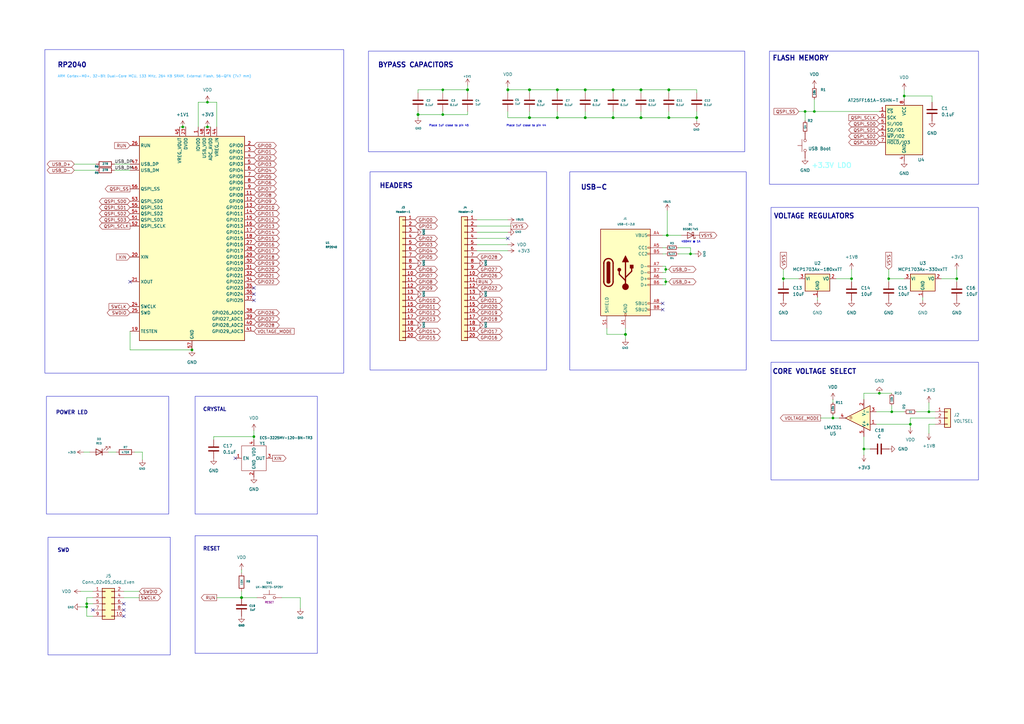
<source format=kicad_sch>
(kicad_sch (version 20250114) (generator "eeschema") (generator_version "9.0")
  (paper "A3")
  (title_block (title "Pico 1V") (date "2025-08-30") (rev "0") (company "BAIZERLABS") (comment 1 "https://github.com/lucasbaizer/pico-1v"))
  (rectangle (start 316.23 85.09) (end 401.32 139.7))
  (rectangle (start 80.01 219.71) (end 130.175 267.97))
  (rectangle (start 80.01 162.56) (end 130.175 210.82))
  (rectangle (start 315.595 20.955) (end 401.32 75.565))
  (rectangle (start 316.23 148.59) (end 401.32 196.85))
  (rectangle (start 19.05 162.56) (end 69.215 210.82))
  (rectangle (start 19.685 220.345) (end 69.85 268.605))
  (rectangle (start 18.415 20.32) (end 140.97 153.035))
  (rectangle (start 233.68 70.485) (end 306.07 151.765))
  (rectangle (start 151.765 70.485) (end 224.155 151.765))
  (rectangle (start 151.13 20.955) (end 305.435 62.23))
  (text "CORE VOLTAGE SELECT" (at 316.738 153.67 0) (effects (font (size 2 2) (thickness 0.4) (bold yes)) (justify left bottom)))
  (text "HEADERS" (at 155.575 77.47 0) (effects (font (size 2 2) (thickness 0.4) (bold yes)) (justify left bottom)))
  (text "+3.3V LDO" (at 332.74 69.215 0) (effects (font (size 2 2) (thickness 0.4) (bold yes)) (justify left bottom)))
  (text "450mV @ 1A" (at 279.4 99.695 0) (effects (font (size 0.8 0.8)) (justify left bottom)))
  (text "POWER LED" (at 22.86 170.18 0) (effects (font (size 1.5 1.5) (thickness 0.3) (bold yes)) (justify left bottom)))
  (text "Place 1uF close to pin 45" (at 175.895 52.07 0) (effects (font (size 0.8 0.8)) (justify left bottom)))
  (text "RP2040" (at 23.495 27.94 0) (effects (font (size 2 2) (thickness 0.4) (bold yes)) (justify left bottom)))
  (text "FLASH MEMORY" (at 316.738 25.146 0) (effects (font (size 2 2) (thickness 0.4) (bold yes)) (justify left bottom)))
  (text "SWD" (at 23.495 226.695 0) (effects (font (size 1.5 1.5) (thickness 0.3) (bold yes)) (justify left bottom)))
  (text "RESET" (at 83.185 226.06 0) (effects (font (size 1.5 1.5) (thickness 0.3) (bold yes)) (justify left bottom)))
  (text "Place 1uF close to pin 44" (at 207.645 52.07 0) (effects (font (size 0.8 0.8)) (justify left bottom)))
  (text "CRYSTAL" (at 83.185 168.91 0) (effects (font (size 1.5 1.5) (thickness 0.3) (bold yes)) (justify left bottom)))
  (text "VOLTAGE REGULATORS\n" (at 317.246 89.916 0) (effects (font (size 2 2) (thickness 0.4) (bold yes)) (justify left bottom)))
  (text "BYPASS CAPACITORS" (at 154.94 27.94 0) (effects (font (size 2 2) (thickness 0.4) (bold yes)) (justify left bottom)))
  (text "USB-C" (at 238.125 78.105 0) (effects (font (size 2 2) (thickness 0.4) (bold yes)) (justify left bottom)))
  (text_box "ARM Cortex-M0+, 32-Bit Dual-Core MCU, 133 MHz, 264 KB SRAM, External Flash, 56-QFN (7x7 mm)" (at 22.86 29.845 0) (size 83.82 2.54) (margins 0.7499 0.7499 0.7499 0.7499) (stroke (width -0.0001)) (effects (font (size 1 1)) (justify left top)))
  (junction (at 240.03 36.83) (diameter 1.016))
  (junction (at 273.05 110.49))
  (junction (at 341.63 171.45))
  (junction (at 35.56 248.92))
  (junction (at 240.03 48.26) (diameter 1.016))
  (junction (at 360.68 161.29))
  (junction (at 228.6 48.26) (diameter 1.016))
  (junction (at 274.32 48.26) (diameter 1.016))
  (junction (at 262.89 48.26) (diameter 1.016))
  (junction (at 181.61 36.83))
  (junction (at 365.76 168.91))
  (junction (at 373.38 173.99))
  (junction (at 85.09 52.07))
  (junction (at 208.28 36.83) (diameter 1.016))
  (junction (at 262.89 36.83) (diameter 1.016))
  (junction (at 273.685 96.52))
  (junction (at 171.45 46.99) (diameter 1.016))
  (junction (at 370.84 39.37))
  (junction (at 217.17 48.26) (diameter 1.016))
  (junction (at 35.56 247.65))
  (junction (at 251.46 36.83) (diameter 1.016))
  (junction (at 74.93 52.07))
  (junction (at 334.01 45.72))
  (junction (at 381 168.91))
  (junction (at 330.2 45.72))
  (junction (at 191.77 36.83) (diameter 1.016))
  (junction (at 273.05 115.57))
  (junction (at 104.14 179.07))
  (junction (at 99.06 245.11) (diameter 1.016))
  (junction (at 217.17 36.83) (diameter 1.016))
  (junction (at 321.31 114.3))
  (junction (at 251.46 48.26) (diameter 1.016))
  (junction (at 274.32 36.83) (diameter 1.016))
  (junction (at 283.21 104.14))
  (junction (at 78.74 143.51))
  (junction (at 364.49 114.3))
  (junction (at 349.25 114.3))
  (junction (at 256.54 137.16) (diameter 1.016))
  (junction (at 228.6 36.83) (diameter 1.016))
  (junction (at 285.75 48.26) (diameter 1.016))
  (junction (at 392.43 114.3))
  (junction (at 181.61 46.99))
  (junction (at 85.09 41.91))
  (junction (at 354.33 184.15))
  (no_connect (at 50.8 250.19))
  (no_connect (at 271.78 124.46))
  (no_connect (at 271.78 127))
  (no_connect (at 53.34 115.57))
  (no_connect (at 104.14 123.19))
  (no_connect (at 50.8 252.73))
  (no_connect (at 104.14 118.11))
  (no_connect (at 50.8 247.65))
  (no_connect (at 96.52 187.96))
  (no_connect (at 104.14 120.65))
  (no_connect (at 38.1 250.19))
  (no_connect (at 208.28 97.79))
  (wire (pts (xy 392.43 114.3) (xy 392.43 115.57)))
  (wire (pts (xy 251.46 38.1) (xy 251.46 36.83)))
  (wire (pts (xy 381 173.99) (xy 381 177.8)))
  (wire (pts (xy 191.77 45.72) (xy 191.77 46.99)))
  (wire (pts (xy 273.685 86.36) (xy 273.685 96.52)))
  (wire (pts (xy 240.03 36.83) (xy 251.46 36.83)))
  (wire (pts (xy 321.31 110.49) (xy 321.31 114.3)))
  (wire (pts (xy 195.58 97.79) (xy 208.28 97.79)))
  (wire (pts (xy 274.32 48.26) (xy 285.75 48.26)))
  (wire (pts (xy 34.29 185.42) (xy 36.83 185.42)))
  (wire (pts (xy 327.66 45.72) (xy 330.2 45.72)))
  (wire (pts (xy 321.31 114.3) (xy 321.31 115.57)))
  (wire (pts (xy 195.58 95.25) (xy 208.28 95.25)))
  (wire (pts (xy 181.61 38.1) (xy 181.61 36.83)))
  (wire (pts (xy 88.9 41.91) (xy 85.09 41.91)))
  (wire (pts (xy 251.46 36.83) (xy 262.89 36.83)))
  (wire (pts (xy 99.06 245.11) (xy 105.41 245.11)))
  (wire (pts (xy 38.1 247.65) (xy 35.56 247.65)))
  (wire (pts (xy 181.61 46.99) (xy 191.77 46.99)))
  (wire (pts (xy 217.17 36.83) (xy 228.6 36.83)))
  (wire (pts (xy 33.02 242.57) (xy 38.1 242.57)))
  (wire (pts (xy 364.49 114.3) (xy 364.49 115.57)))
  (wire (pts (xy 53.34 135.89) (xy 53.34 143.51)))
  (wire (pts (xy 44.45 185.42) (xy 47.625 185.42)))
  (wire (pts (xy 354.33 161.29) (xy 354.33 163.83)))
  (wire (pts (xy 58.42 185.42) (xy 58.42 188.595)))
  (wire (pts (xy 55.245 185.42) (xy 58.42 185.42)))
  (wire (pts (xy 364.49 114.3) (xy 370.84 114.3)))
  (wire (pts (xy 274.32 48.26) (xy 262.89 48.26)))
  (wire (pts (xy 359.41 168.91) (xy 365.76 168.91)))
  (wire (pts (xy 386.08 114.3) (xy 392.43 114.3)))
  (wire (pts (xy 240.03 48.26) (xy 228.6 48.26)))
  (wire (pts (xy 334.01 45.72) (xy 360.68 45.72)))
  (wire (pts (xy 104.14 176.53) (xy 104.14 179.07)))
  (wire (pts (xy 271.78 104.14) (xy 273.05 104.14)))
  (wire (pts (xy 99.06 242.57) (xy 99.06 245.11)))
  (wire (pts (xy 382.27 39.37) (xy 382.27 41.91)))
  (wire (pts (xy 53.34 143.51) (xy 78.74 143.51)))
  (wire (pts (xy 88.9 52.07) (xy 88.9 41.91)))
  (wire (pts (xy 370.84 39.37) (xy 370.84 40.64)))
  (wire (pts (xy 283.21 104.14) (xy 285.115 104.14)))
  (wire (pts (xy 85.09 41.91) (xy 81.28 41.91)))
  (wire (pts (xy 208.28 45.72) (xy 208.28 48.26)))
  (wire (pts (xy 208.28 48.26) (xy 217.17 48.26)))
  (wire (pts (xy 392.43 110.49) (xy 392.43 114.3)))
  (wire (pts (xy 274.32 45.72) (xy 274.32 48.26)))
  (wire (pts (xy 262.89 38.1) (xy 262.89 36.83)))
  (wire (pts (xy 181.61 46.99) (xy 181.61 45.72)))
  (wire (pts (xy 73.66 52.07) (xy 74.93 52.07)))
  (wire (pts (xy 381 165.1) (xy 381 168.91)))
  (wire (pts (xy 383.54 168.91) (xy 381 168.91)))
  (wire (pts (xy 378.46 123.19) (xy 378.46 121.92)))
  (wire (pts (xy 256.54 134.62) (xy 256.54 137.16)))
  (wire (pts (xy 256.54 137.16) (xy 256.54 139.065)))
  (wire (pts (xy 360.68 161.29) (xy 354.33 161.29)))
  (wire (pts (xy 248.92 134.62) (xy 248.92 137.16)))
  (wire (pts (xy 248.92 137.16) (xy 256.54 137.16)))
  (wire (pts (xy 115.57 245.11) (xy 123.19 245.11)))
  (wire (pts (xy 278.13 101.6) (xy 283.21 101.6)))
  (wire (pts (xy 283.21 101.6) (xy 283.21 104.14)))
  (wire (pts (xy 39.37 67.31) (xy 30.48 67.31)))
  (wire (pts (xy 349.25 110.49) (xy 349.25 114.3)))
  (wire (pts (xy 88.9 245.11) (xy 99.06 245.11)))
  (wire (pts (xy 273.05 115.57) (xy 273.05 114.3)))
  (wire (pts (xy 195.58 102.87) (xy 208.28 102.87)))
  (wire (pts (xy 330.2 45.72) (xy 334.01 45.72)))
  (wire (pts (xy 370.84 39.37) (xy 382.27 39.37)))
  (wire (pts (xy 365.76 161.29) (xy 360.68 161.29)))
  (wire (pts (xy 341.63 165.1) (xy 341.63 163.83)))
  (wire (pts (xy 104.14 179.07) (xy 87.63 179.07)))
  (wire (pts (xy 354.33 184.15) (xy 356.87 184.15)))
  (wire (pts (xy 262.89 48.26) (xy 251.46 48.26)))
  (wire (pts (xy 191.77 36.83) (xy 191.77 38.1)))
  (wire (pts (xy 262.89 36.83) (xy 274.32 36.83)))
  (wire (pts (xy 74.93 52.07) (xy 76.2 52.07)))
  (wire (pts (xy 228.6 36.83) (xy 240.03 36.83)))
  (wire (pts (xy 274.32 38.1) (xy 274.32 36.83)))
  (wire (pts (xy 191.77 34.925) (xy 191.77 36.83)))
  (wire (pts (xy 364.49 110.49) (xy 364.49 114.3)))
  (wire (pts (xy 217.17 38.1) (xy 217.17 36.83)))
  (wire (pts (xy 240.03 45.72) (xy 240.03 48.26)))
  (wire (pts (xy 208.28 36.83) (xy 208.28 38.1)))
  (wire (pts (xy 35.56 245.11) (xy 35.56 247.65)))
  (wire (pts (xy 123.19 245.11) (xy 123.19 249.555)))
  (wire (pts (xy 39.37 69.85) (xy 30.48 69.85)))
  (wire (pts (xy 35.56 248.92) (xy 33.02 248.92)))
  (wire (pts (xy 104.14 179.07) (xy 104.14 180.34)))
  (wire (pts (xy 240.03 38.1) (xy 240.03 36.83)))
  (wire (pts (xy 321.31 114.3) (xy 327.66 114.3)))
  (wire (pts (xy 342.9 114.3) (xy 349.25 114.3)))
  (wire (pts (xy 278.13 104.14) (xy 283.21 104.14)))
  (wire (pts (xy 195.58 100.33) (xy 208.28 100.33)))
  (wire (pts (xy 50.8 245.11) (xy 57.15 245.11)))
  (wire (pts (xy 228.6 38.1) (xy 228.6 36.83)))
  (wire (pts (xy 171.45 46.99) (xy 171.45 48.26)))
  (wire (pts (xy 171.45 36.83) (xy 181.61 36.83)))
  (wire (pts (xy 50.8 242.57) (xy 57.15 242.57)))
  (wire (pts (xy 373.38 173.99) (xy 373.38 171.45)))
  (wire (pts (xy 274.32 36.83) (xy 285.75 36.83)))
  (wire (pts (xy 228.6 45.72) (xy 228.6 48.26)))
  (wire (pts (xy 373.38 171.45) (xy 383.54 171.45)))
  (wire (pts (xy 228.6 48.26) (xy 217.17 48.26)))
  (wire (pts (xy 285.75 48.26) (xy 285.75 49.53)))
  (wire (pts (xy 365.76 168.91) (xy 370.84 168.91)))
  (wire (pts (xy 365.76 166.37) (xy 365.76 168.91)))
  (wire (pts (xy 271.78 96.52) (xy 273.685 96.52)))
  (wire (pts (xy 271.78 109.22) (xy 273.05 109.22)))
  (wire (pts (xy 273.05 109.22) (xy 273.05 110.49)))
  (wire (pts (xy 85.09 52.07) (xy 86.36 52.07)))
  (wire (pts (xy 195.58 92.71) (xy 209.55 92.71)))
  (wire (pts (xy 195.58 90.17) (xy 208.28 90.17)))
  (wire (pts (xy 251.46 45.72) (xy 251.46 48.26)))
  (wire (pts (xy 171.45 46.99) (xy 181.61 46.99)))
  (wire (pts (xy 181.61 36.83) (xy 191.77 36.83)))
  (wire (pts (xy 87.63 179.07) (xy 87.63 180.34)))
  (wire (pts (xy 271.78 114.3) (xy 273.05 114.3)))
  (wire (pts (xy 83.82 52.07) (xy 85.09 52.07)))
  (wire (pts (xy 271.78 101.6) (xy 273.05 101.6)))
  (wire (pts (xy 171.45 45.72) (xy 171.45 46.99)))
  (wire (pts (xy 341.63 171.45) (xy 336.55 171.45)))
  (wire (pts (xy 46.99 67.31) (xy 53.34 67.31)))
  (wire (pts (xy 341.63 170.18) (xy 341.63 171.45)))
  (wire (pts (xy 330.2 45.72) (xy 330.2 49.53)))
  (wire (pts (xy 217.17 45.72) (xy 217.17 48.26)))
  (wire (pts (xy 285.75 45.72) (xy 285.75 48.26)))
  (wire (pts (xy 344.17 171.45) (xy 341.63 171.45)))
  (wire (pts (xy 273.05 115.57) (xy 274.32 115.57)))
  (wire (pts (xy 81.28 41.91) (xy 81.28 52.07)))
  (wire (pts (xy 208.28 35.56) (xy 208.28 36.83)))
  (wire (pts (xy 375.92 168.91) (xy 381 168.91)))
  (wire (pts (xy 35.56 252.73) (xy 35.56 248.92)))
  (wire (pts (xy 208.28 36.83) (xy 217.17 36.83)))
  (wire (pts (xy 38.1 252.73) (xy 35.56 252.73)))
  (wire (pts (xy 46.99 69.85) (xy 53.34 69.85)))
  (wire (pts (xy 370.84 36.83) (xy 370.84 39.37)))
  (wire (pts (xy 273.05 110.49) (xy 273.05 111.76)))
  (wire (pts (xy 373.38 175.26) (xy 373.38 173.99)))
  (wire (pts (xy 271.78 116.84) (xy 273.05 116.84)))
  (wire (pts (xy 273.05 116.84) (xy 273.05 115.57)))
  (wire (pts (xy 383.54 173.99) (xy 381 173.99)))
  (wire (pts (xy 271.78 111.76) (xy 273.05 111.76)))
  (wire (pts (xy 38.1 245.11) (xy 35.56 245.11)))
  (wire (pts (xy 354.33 179.07) (xy 354.33 184.15)))
  (wire (pts (xy 35.56 247.65) (xy 35.56 248.92)))
  (wire (pts (xy 359.41 173.99) (xy 373.38 173.99)))
  (wire (pts (xy 251.46 48.26) (xy 240.03 48.26)))
  (wire (pts (xy 99.06 233.68) (xy 99.06 234.95)))
  (wire (pts (xy 273.05 110.49) (xy 274.32 110.49)))
  (wire (pts (xy 171.45 38.1) (xy 171.45 36.83)))
  (wire (pts (xy 262.89 45.72) (xy 262.89 48.26)))
  (wire (pts (xy 285.75 38.1) (xy 285.75 36.83)))
  (wire (pts (xy 354.33 184.15) (xy 354.33 186.69)))
  (wire (pts (xy 335.28 123.19) (xy 335.28 121.92)))
  (wire (pts (xy 334.01 40.64) (xy 334.01 45.72)))
  (wire (pts (xy 349.25 114.3) (xy 349.25 115.57)))
  (wire (pts (xy 273.685 96.52) (xy 279.4 96.52)))
  (label "USB_DP" (at 46.99 67.31 0))
  (label "USB_DM" (at 46.99 69.85 0))
  (global_label "VSYS" (shape output) (at 209.55 92.71 0) (property "Intersheetrefs" "${INTERSHEET_REFS}" (effects (hide yes))))
  (global_label "GPIO7" (shape bidirectional) (at 170.18 113.03 0) (property "Intersheetrefs" "${INTERSHEET_REFS}" (effects (hide yes))))
  (global_label "GPIO8" (shape bidirectional) (at 170.18 115.57 0) (property "Intersheetrefs" "${INTERSHEET_REFS}" (effects (hide yes))))
  (global_label "QSPI_SD3" (shape bidirectional) (at 53.34 90.17 180) (property "Intersheetrefs" "${INTERSHEET_REFS}" (effects (hide yes))))
  (global_label "VSYS" (shape input) (at 321.31 110.49 90) (property "Intersheetrefs" "${INTERSHEET_REFS}" (effects (hide yes))))
  (global_label "QSPI_SD0" (shape bidirectional) (at 360.68 50.8 180) (property "Intersheetrefs" "${INTERSHEET_REFS}" (effects (hide yes))))
  (global_label "GPIO0" (shape bidirectional) (at 170.18 90.17 0) (property "Intersheetrefs" "${INTERSHEET_REFS}" (effects (hide yes))))
  (global_label "QSPI_SD1" (shape bidirectional) (at 360.68 53.34 180) (property "Intersheetrefs" "${INTERSHEET_REFS}" (effects (hide yes))))
  (global_label "GPIO2" (shape bidirectional) (at 104.14 64.77 0) (property "Intersheetrefs" "${INTERSHEET_REFS}" (effects (hide yes))))
  (global_label "QSPI_SD0" (shape bidirectional) (at 53.34 82.55 180) (property "Intersheetrefs" "${INTERSHEET_REFS}" (effects (hide yes))))
  (global_label "GPIO12" (shape bidirectional) (at 104.14 90.17 0) (property "Intersheetrefs" "${INTERSHEET_REFS}" (effects (hide yes))))
  (global_label "GPIO9" (shape bidirectional) (at 104.14 82.55 0) (property "Intersheetrefs" "${INTERSHEET_REFS}" (effects (hide yes))))
  (global_label "GPIO28" (shape bidirectional) (at 195.58 105.41 0) (property "Intersheetrefs" "${INTERSHEET_REFS}" (effects (hide yes))))
  (global_label "GPIO26" (shape bidirectional) (at 104.14 128.27 0) (property "Intersheetrefs" "${INTERSHEET_REFS}" (effects (hide yes))))
  (global_label "VSYS" (shape output) (at 287.02 96.52 0) (property "Intersheetrefs" "${INTERSHEET_REFS}" (effects (hide yes))))
  (global_label "GPIO2" (shape bidirectional) (at 170.18 97.79 0) (property "Intersheetrefs" "${INTERSHEET_REFS}" (effects (hide yes))))
  (global_label "GPIO21" (shape bidirectional) (at 104.14 113.03 0) (property "Intersheetrefs" "${INTERSHEET_REFS}" (effects (hide yes))))
  (global_label "GPIO11" (shape bidirectional) (at 170.18 125.73 0) (property "Intersheetrefs" "${INTERSHEET_REFS}" (effects (hide yes))))
  (global_label "QSPI_SS" (shape input) (at 327.66 45.72 180) (property "Intersheetrefs" "${INTERSHEET_REFS}" (effects (hide yes))))
  (global_label "GPIO13" (shape bidirectional) (at 104.14 92.71 0) (property "Intersheetrefs" "${INTERSHEET_REFS}" (effects (hide yes))))
  (global_label "GPIO16" (shape bidirectional) (at 104.14 100.33 0) (property "Intersheetrefs" "${INTERSHEET_REFS}" (effects (hide yes))))
  (global_label "GPIO9" (shape bidirectional) (at 170.18 118.11 0) (property "Intersheetrefs" "${INTERSHEET_REFS}" (effects (hide yes))))
  (global_label "USB_D+" (shape bidirectional) (at 30.48 67.31 180) (property "Intersheetrefs" "${INTERSHEET_REFS}" (effects (hide yes))))
  (global_label "GPIO18" (shape bidirectional) (at 195.58 130.81 0) (property "Intersheetrefs" "${INTERSHEET_REFS}" (effects (hide yes))))
  (global_label "XIN" (shape output) (at 111.76 187.96 0) (property "Intersheetrefs" "${INTERSHEET_REFS}" (effects (hide yes))))
  (global_label "VSYS" (shape input) (at 364.49 110.49 90) (property "Intersheetrefs" "${INTERSHEET_REFS}" (effects (hide yes))))
  (global_label "GPIO16" (shape bidirectional) (at 195.58 138.43 0) (property "Intersheetrefs" "${INTERSHEET_REFS}" (effects (hide yes))))
  (global_label "QSPI_SCLK" (shape input) (at 360.68 48.26 180) (property "Intersheetrefs" "${INTERSHEET_REFS}" (effects (hide yes))))
  (global_label "USB_D-" (shape bidirectional) (at 274.32 110.49 0) (property "Intersheetrefs" "${INTERSHEET_REFS}" (effects (hide yes))))
  (global_label "QSPI_SD3" (shape bidirectional) (at 360.68 58.42 180) (property "Intersheetrefs" "${INTERSHEET_REFS}" (effects (hide yes))))
  (global_label "RUN" (shape output) (at 195.58 115.57 0) (property "Intersheetrefs" "${INTERSHEET_REFS}" (effects (hide yes))))
  (global_label "SWCLK" (shape output) (at 57.15 245.11 0) (property "Intersheetrefs" "${INTERSHEET_REFS}" (effects (hide yes))))
  (global_label "GPIO19" (shape bidirectional) (at 104.14 107.95 0) (property "Intersheetrefs" "${INTERSHEET_REFS}" (effects (hide yes))))
  (global_label "SWCLK" (shape input) (at 53.34 125.73 180) (property "Intersheetrefs" "${INTERSHEET_REFS}" (effects (hide yes))))
  (global_label "RUN" (shape input) (at 53.34 59.69 180) (property "Intersheetrefs" "${INTERSHEET_REFS}" (effects (hide yes))))
  (global_label "QSPI_SD2" (shape bidirectional) (at 360.68 55.88 180) (property "Intersheetrefs" "${INTERSHEET_REFS}" (effects (hide yes))))
  (global_label "GPIO5" (shape bidirectional) (at 170.18 105.41 0) (property "Intersheetrefs" "${INTERSHEET_REFS}" (effects (hide yes))))
  (global_label "GPIO5" (shape bidirectional) (at 104.14 72.39 0) (property "Intersheetrefs" "${INTERSHEET_REFS}" (effects (hide yes))))
  (global_label "QSPI_SD1" (shape bidirectional) (at 53.34 85.09 180) (property "Intersheetrefs" "${INTERSHEET_REFS}" (effects (hide yes))))
  (global_label "GPIO17" (shape bidirectional) (at 195.58 135.89 0) (property "Intersheetrefs" "${INTERSHEET_REFS}" (effects (hide yes))))
  (global_label "GPIO3" (shape bidirectional) (at 170.18 100.33 0) (property "Intersheetrefs" "${INTERSHEET_REFS}" (effects (hide yes))))
  (global_label "RUN" (shape output) (at 88.9 245.11 180) (property "Intersheetrefs" "${INTERSHEET_REFS}" (effects (hide yes))))
  (global_label "VOLTAGE_MODE" (shape output) (at 336.55 171.45 180) (property "Intersheetrefs" "${INTERSHEET_REFS}" (effects (hide yes))))
  (global_label "GPIO7" (shape bidirectional) (at 104.14 77.47 0) (property "Intersheetrefs" "${INTERSHEET_REFS}" (effects (hide yes))))
  (global_label "GPIO3" (shape bidirectional) (at 104.14 67.31 0) (property "Intersheetrefs" "${INTERSHEET_REFS}" (effects (hide yes))))
  (global_label "GPIO4" (shape bidirectional) (at 170.18 102.87 0) (property "Intersheetrefs" "${INTERSHEET_REFS}" (effects (hide yes))))
  (global_label "GPIO14" (shape bidirectional) (at 104.14 95.25 0) (property "Intersheetrefs" "${INTERSHEET_REFS}" (effects (hide yes))))
  (global_label "GPIO6" (shape bidirectional) (at 104.14 74.93 0) (property "Intersheetrefs" "${INTERSHEET_REFS}" (effects (hide yes))))
  (global_label "GPIO6" (shape bidirectional) (at 170.18 110.49 0) (property "Intersheetrefs" "${INTERSHEET_REFS}" (effects (hide yes))))
  (global_label "GPIO27" (shape bidirectional) (at 104.14 130.81 0) (property "Intersheetrefs" "${INTERSHEET_REFS}" (effects (hide yes))))
  (global_label "GPIO8" (shape bidirectional) (at 104.14 80.01 0) (property "Intersheetrefs" "${INTERSHEET_REFS}" (effects (hide yes))))
  (global_label "QSPI_SD2" (shape bidirectional) (at 53.34 87.63 180) (property "Intersheetrefs" "${INTERSHEET_REFS}" (effects (hide yes))))
  (global_label "GPIO11" (shape bidirectional) (at 104.14 87.63 0) (property "Intersheetrefs" "${INTERSHEET_REFS}" (effects (hide yes))))
  (global_label "GPIO28" (shape bidirectional) (at 104.14 133.35 0) (property "Intersheetrefs" "${INTERSHEET_REFS}" (effects (hide yes))))
  (global_label "GPIO20" (shape bidirectional) (at 104.14 110.49 0) (property "Intersheetrefs" "${INTERSHEET_REFS}" (effects (hide yes))))
  (global_label "GPIO17" (shape bidirectional) (at 104.14 102.87 0) (property "Intersheetrefs" "${INTERSHEET_REFS}" (effects (hide yes))))
  (global_label "XIN" (shape input) (at 53.34 105.41 180) (property "Intersheetrefs" "${INTERSHEET_REFS}" (effects (hide yes))))
  (global_label "GPIO20" (shape bidirectional) (at 195.58 125.73 0) (property "Intersheetrefs" "${INTERSHEET_REFS}" (effects (hide yes))))
  (global_label "GPIO13" (shape bidirectional) (at 170.18 130.81 0) (property "Intersheetrefs" "${INTERSHEET_REFS}" (effects (hide yes))))
  (global_label "GPIO10" (shape bidirectional) (at 104.14 85.09 0) (property "Intersheetrefs" "${INTERSHEET_REFS}" (effects (hide yes))))
  (global_label "GPIO27" (shape bidirectional) (at 195.58 110.49 0) (property "Intersheetrefs" "${INTERSHEET_REFS}" (effects (hide yes))))
  (global_label "GPIO12" (shape bidirectional) (at 170.18 128.27 0) (property "Intersheetrefs" "${INTERSHEET_REFS}" (effects (hide yes))))
  (global_label "GPIO21" (shape bidirectional) (at 195.58 123.19 0) (property "Intersheetrefs" "${INTERSHEET_REFS}" (effects (hide yes))))
  (global_label "GPIO4" (shape bidirectional) (at 104.14 69.85 0) (property "Intersheetrefs" "${INTERSHEET_REFS}" (effects (hide yes))))
  (global_label "GPIO14" (shape bidirectional) (at 170.18 135.89 0) (property "Intersheetrefs" "${INTERSHEET_REFS}" (effects (hide yes))))
  (global_label "GPIO0" (shape bidirectional) (at 104.14 59.69 0) (property "Intersheetrefs" "${INTERSHEET_REFS}" (effects (hide yes))))
  (global_label "GPIO22" (shape bidirectional) (at 104.14 115.57 0) (property "Intersheetrefs" "${INTERSHEET_REFS}" (effects (hide yes))))
  (global_label "SWDIO" (shape bidirectional) (at 53.34 128.27 180) (property "Intersheetrefs" "${INTERSHEET_REFS}" (effects (hide yes))))
  (global_label "GPIO18" (shape bidirectional) (at 104.14 105.41 0) (property "Intersheetrefs" "${INTERSHEET_REFS}" (effects (hide yes))))
  (global_label "GPIO10" (shape bidirectional) (at 170.18 123.19 0) (property "Intersheetrefs" "${INTERSHEET_REFS}" (effects (hide yes))))
  (global_label "GPIO22" (shape bidirectional) (at 195.58 118.11 0) (property "Intersheetrefs" "${INTERSHEET_REFS}" (effects (hide yes))))
  (global_label "GPIO1" (shape bidirectional) (at 104.14 62.23 0) (property "Intersheetrefs" "${INTERSHEET_REFS}" (effects (hide yes))))
  (global_label "GPIO26" (shape bidirectional) (at 195.58 113.03 0) (property "Intersheetrefs" "${INTERSHEET_REFS}" (effects (hide yes))))
  (global_label "GPIO15" (shape bidirectional) (at 170.18 138.43 0) (property "Intersheetrefs" "${INTERSHEET_REFS}" (effects (hide yes))))
  (global_label "USB_D+" (shape bidirectional) (at 274.32 115.57 0) (property "Intersheetrefs" "${INTERSHEET_REFS}" (effects (hide yes))))
  (global_label "VOLTAGE_MODE" (shape input) (at 104.14 135.89 0) (property "Intersheetrefs" "${INTERSHEET_REFS}" (effects (hide yes))))
  (global_label "SWDIO" (shape bidirectional) (at 57.15 242.57 0) (property "Intersheetrefs" "${INTERSHEET_REFS}" (effects (hide yes))))
  (global_label "QSPI_SCLK" (shape output) (at 53.34 92.71 180) (property "Intersheetrefs" "${INTERSHEET_REFS}" (effects (hide yes))))
  (global_label "QSPI_SS" (shape output) (at 53.34 77.47 180) (property "Intersheetrefs" "${INTERSHEET_REFS}" (effects (hide yes))))
  (global_label "GPIO1" (shape bidirectional) (at 170.18 92.71 0) (property "Intersheetrefs" "${INTERSHEET_REFS}" (effects (hide yes))))
  (global_label "GPIO15" (shape bidirectional) (at 104.14 97.79 0) (property "Intersheetrefs" "${INTERSHEET_REFS}" (effects (hide yes))))
  (global_label "GPIO19" (shape bidirectional) (at 195.58 128.27 0) (property "Intersheetrefs" "${INTERSHEET_REFS}" (effects (hide yes))))
  (global_label "USB_D-" (shape bidirectional) (at 30.48 69.85 180) (property "Intersheetrefs" "${INTERSHEET_REFS}" (effects (hide yes))))
  (symbol (lib_name "+3V3_4") (lib_id "power:+3V3") (at 85.09 52.07 0) (unit 1)
    (property "Reference" "#PWR06" (effects (hide yes)))
    (property "Value" "+3V3" (at 85.09 46.99 0))
    (property "Description" "Power symbol creates a global label with name \"+3V3\"" (effects (hide yes)))
  )
  (symbol (lib_id "power:GND") (at 285.75 49.53 0) (unit 1)
    (property "Reference" "#PWR08" (effects (hide yes)))
    (property "Value" "GND" (at 285.623 53.1622 0) (effects (font (size 0.8 0.8))))
  )
  (symbol (lib_id "Regulator_Linear:MCP1703Ax-330xxTT") (at 378.46 114.3 0) (unit 1)
    (property "Reference" "U3" (at 378.46 107.95 0))
    (property "Value" "MCP1703Ax-330xxTT" (at 378.46 110.49 0))
    (property "Footprint" "Package_TO_SOT_SMD:SOT-23" (effects (hide yes)))
    (property "Datasheet" "http://ww1.microchip.com/downloads/en/DeviceDoc/20005122B.pdf" (effects (hide yes)))
    (property "Description" "Low Quiescent Current LDO Regulator, 3.3V, 250mA, Vin<=16V, SOT-23" (effects (hide yes)))
  )
  (symbol (lib_id "Connector:USB_C_Receptacle_USB2.0") (at 256.54 111.76 0) (unit 1)
    (property "Reference" "J1" (at 256.413 89.662 0) (effects (font (size 0.8 0.8))))
    (property "Value" "USB-C-2.0" (at 256.794 91.948 0) (effects (font (size 0.8 0.8))))
    (property "Footprint" "ExtraFootprints:USB_C_RECEPTACLE_31_M_12" (effects (hide yes)))
    (property "Datasheet" "https://www.usb.org/sites/default/files/documents/usb_type-c.zip" (effects (hide yes)))
    (property "MFR" "HCTL" (effects (hide yes)))
    (property "MPN" "HC-TYPE-C-16P-01A" (effects (hide yes)))
    (property "Name" "USB-C" (effects (hide yes)))
  )
  (symbol (lib_id "Device:C") (at 191.77 41.91 0) (unit 1)
    (property "Reference" "C4" (at 194.945 41.2496 0) (effects (font (size 0.8 0.8)) (justify left)))
    (property "Value" "1uF" (at 194.945 42.799 0) (effects (font (size 0.8 0.8)) (justify left)))
    (property "Footprint" "Capacitor_SMD:C_0402_1005Metric" (effects (hide yes)))
    (property "MFR" "Walsin" (effects (hide yes)))
    (property "MPN" "0402X105K160CT" (effects (hide yes)))
  )
  (symbol (lib_id "Switch:SW_Push") (at 330.2 59.69 90) (unit 1)
    (property "Reference" "SW2" (effects (hide yes)))
    (property "Value" "USB Boot" (at 331.47 60.9599 90) (effects (justify right)))
    (property "Footprint" "Button_Switch_SMD:SW_Push_1P1T_NO_CK_KMR2" (effects (hide yes)))
    (property "Description" "Push button switch, generic, two pins" (effects (hide yes)))
  )
  (symbol (lib_name "+3V3_3") (lib_id "power:+3V3") (at 381 165.1 0) (unit 1)
    (property "Reference" "#PWR037" (effects (hide yes)))
    (property "Value" "+3V3" (at 381 160.02 0))
    (property "Description" "Power symbol creates a global label with name \"+3V3\"" (effects (hide yes)))
  )
  (symbol (lib_name "R_Small_2") (lib_id "Device:R_Small") (at 334.01 38.1 0) (unit 1)
    (property "Reference" "R1" (at 336.55 36.8299 0) (effects (font (size 1.016 1.016)) (justify left)))
    (property "Value" "10k" (at 334.01 39.116 90) (effects (font (size 0.7874 0.7874)) (justify left)))
    (property "Footprint" "Resistor_SMD:R_0402_1005Metric" (effects (hide yes)))
    (property "Description" "Resistor, small symbol" (effects (hide yes)))
  )
  (symbol (lib_id "power:GND") (at 170.18 107.95 90) (unit 1)
    (property "Reference" "#PWR027" (effects (hide yes)))
    (property "Value" "GND" (at 173.8122 107.823 0) (effects (font (size 0.8 0.8))))
  )
  (symbol (lib_id "Device:C") (at 382.27 45.72 0) (unit 1)
    (property "Reference" "C1" (at 386.08 44.4499 0) (effects (justify left)))
    (property "Value" "0.1uF" (at 386.08 46.9899 0) (effects (justify left)))
    (property "Footprint" "Capacitor_SMD:C_0402_1005Metric" (effects (hide yes)))
    (property "Description" "Unpolarized capacitor" (effects (hide yes)))
  )
  (symbol (lib_id "Connector_Generic:Conn_01x20") (at 190.5 113.03 0) (mirror y) (unit 1)
    (property "Reference" "J4" (at 190.754 85.09 0) (effects (font (size 0.8 0.8))))
    (property "Value" "Header-2" (at 191.008 86.868 0) (effects (font (size 0.8 0.8))))
    (property "Footprint" "Connector_PinHeader_2.54mm:PinHeader_1x20_P2.54mm_Vertical" (effects (hide yes)))
    (property "MPN" "DNP" (effects (hide yes)))
    (property "Name" "Header-2" (effects (hide yes)))
  )
  (symbol (lib_id "Diode:MBR1020VL") (at 283.21 96.52 180) (unit 1)
    (property "Reference" "D1" (at 283.21 92.075 0) (effects (font (size 0.8 0.8))))
    (property "Value" "BS5817WS" (at 283.21 93.98 0) (effects (font (size 0.8 0.8))))
    (property "Footprint" "Diode_SMD:D_SOD-323_HandSoldering" (effects (hide yes)))
    (property "Datasheet" "https://evelta.com/content/datasheets/273-B5817WS.pdf" (effects (hide yes)))
    (property "MFR" "Micro Commercial Co" (effects (hide yes)))
    (property "MPN" "B5817WS" (effects (hide yes)))
  )
  (symbol (lib_id "power:GND") (at 170.18 133.35 90) (unit 1)
    (property "Reference" "#PWR015" (effects (hide yes)))
    (property "Value" "GND" (at 173.8122 133.223 0) (effects (font (size 0.8 0.8))))
  )
  (symbol (lib_name "+3V3_3") (lib_id "power:+3V3") (at 354.33 186.69 180) (unit 1)
    (property "Reference" "#PWR054" (effects (hide yes)))
    (property "Value" "+3V3" (at 354.33 191.77 0))
    (property "Description" "Power symbol creates a global label with name \"+3V3\"" (effects (hide yes)))
  )
  (symbol (lib_id "power:VDD") (at 334.01 35.56 0) (unit 1)
    (property "Reference" "#PWR019" (effects (hide yes)))
    (property "Value" "VDD" (at 334.01 30.48 0))
    (property "Description" "Power symbol creates a global label with name \"VDD\"" (effects (hide yes)))
  )
  (symbol (lib_id "Device:C") (at 99.06 248.92 0) (unit 1)
    (property "Reference" "C19" (at 102.235 248.5136 0) (effects (font (size 0.8 0.8)) (justify left)))
    (property "Value" "1uF" (at 102.489 250.063 0) (effects (font (size 0.8 0.8)) (justify left)))
    (property "Footprint" "Capacitor_SMD:C_0402_1005Metric" (effects (hide yes)))
    (property "MFR" "Walsin" (effects (hide yes)))
    (property "MPN" "0402X105K160CT" (effects (hide yes)))
  )
  (symbol (lib_id "power:GND") (at 195.58 107.95 90) (unit 1)
    (property "Reference" "#PWR036" (effects (hide yes)))
    (property "Value" "GND" (at 199.2122 107.823 0) (effects (font (size 0.8 0.8))))
  )
  (symbol (lib_name "R_Small_2") (lib_id "Device:R_Small") (at 365.76 163.83 0) (unit 1)
    (property "Reference" "R10" (at 366.776 161.29 0) (effects (font (size 1.016 1.016)) (justify left)))
    (property "Value" "10k" (at 365.76 164.846 90) (effects (font (size 0.7874 0.7874)) (justify left)))
    (property "Footprint" "Resistor_SMD:R_0402_1005Metric" (effects (hide yes)))
    (property "Description" "Resistor, small symbol" (effects (hide yes)))
  )
  (symbol (lib_name "GND_6") (lib_id "power:GND") (at 364.49 184.15 90) (unit 1)
    (property "Reference" "#PWR014" (effects (hide yes)))
    (property "Value" "GND" (at 368.3 184.1499 90) (effects (justify right)))
    (property "Description" "Power symbol creates a global label with name \"GND\" , ground" (effects (hide yes)))
  )
  (symbol (lib_id "Device:C") (at 228.6 41.91 0) (unit 1)
    (property "Reference" "C7" (at 232.029 41.2496 0) (effects (font (size 0.8 0.8)) (justify left)))
    (property "Value" "0.1uF" (at 231.521 43.053 0) (effects (font (size 0.8 0.8)) (justify left)))
    (property "Footprint" "Capacitor_SMD:C_0402_1005Metric" (effects (hide yes)))
    (property "MFR" "Walsin" (effects (hide yes)))
    (property "MPN" "0402B104K160CT" (effects (hide yes)))
  )
  (symbol (lib_name "GND_1") (lib_id "power:GND") (at 330.2 64.77 0) (unit 1)
    (property "Reference" "#PWR040" (effects (hide yes)))
    (property "Value" "GND" (at 330.2 69.85 0))
    (property "Description" "Power symbol creates a global label with name \"GND\" , ground" (effects (hide yes)))
  )
  (symbol (lib_id "power:GND") (at 99.06 252.73 0) (unit 1)
    (property "Reference" "#PWR034" (effects (hide yes)))
    (property "Value" "GND" (at 99.06 256.54 0) (effects (font (size 0.8 0.8))))
  )
  (symbol (lib_id "MCU_RaspberryPi:RP2040") (at 78.74 97.79 0) (unit 1)
    (property "Reference" "U1" (at 134.366 99.568 0) (effects (font (size 0.8 0.8))))
    (property "Value" "RP2040" (at 135.89 101.346 0) (effects (font (size 0.8 0.8))))
    (property "Footprint" "Package_DFN_QFN:QFN-56-1EP_7x7mm_P0.4mm_EP3.2x3.2mm" (effects (hide yes)))
    (property "Datasheet" "https://datasheets.raspberrypi.com/rp2040/rp2040-datasheet.pdf" (effects (hide yes)))
    (property "Description" "A microcontroller by Raspberry Pi" (effects (hide yes)))
    (property "MFR" "Raspberry Pi" (effects (hide yes)))
    (property "MPN" "RP2040-B2" (effects (hide yes)))
  )
  (symbol (lib_id "ExtraSymbols:ECS-3225MV-120-BN-TR3") (at 104.14 187.96 0) (unit 1)
    (property "Reference" "Y1" (at 107.696 181.864 0))
    (property "Value" "ECS-3225MV-120-BN-TR3" (at 117.348 179.578 0) (effects (font (size 1.016 1.016))))
    (property "Footprint" "ExtraFootprints:ECS-3225MV-120-BN-TR3" (effects (hide yes)))
  )
  (symbol (lib_id "power:GND") (at 170.18 120.65 90) (unit 1)
    (property "Reference" "#PWR023" (effects (hide yes)))
    (property "Value" "GND" (at 173.8122 120.523 0) (effects (font (size 0.8 0.8))))
  )
  (symbol (lib_id "power:GND") (at 208.28 95.25 90) (unit 1)
    (property "Reference" "#PWR013" (effects (hide yes)))
    (property "Value" "GND" (at 212.5472 95.123 90) (effects (font (size 0.8 0.8))))
  )
  (symbol (lib_id "Device:C") (at 360.68 184.15 90) (unit 1)
    (property "Reference" "C18" (at 360.68 176.53 90))
    (property "Value" "C" (at 360.68 179.07 90))
    (property "Footprint" "Capacitor_SMD:C_0402_1005Metric" (effects (hide yes)))
    (property "Description" "Unpolarized capacitor" (effects (hide yes)))
  )
  (symbol (lib_name "R_Small_1") (lib_id "Device:R_Small") (at 373.38 168.91 90) (unit 1)
    (property "Reference" "R9" (at 370.84 167.894 0) (effects (font (size 1.016 1.016)) (justify left)))
    (property "Value" "1k" (at 374.142 168.91 90) (effects (font (size 0.7874 0.7874)) (justify left)))
    (property "Footprint" "Resistor_SMD:R_0402_1005Metric" (effects (hide yes)))
    (property "Description" "Resistor, small symbol" (effects (hide yes)))
  )
  (symbol (lib_id "power:GND") (at 58.42 188.595 0) (unit 1)
    (property "Reference" "#PWR028" (effects (hide yes)))
    (property "Value" "GND" (at 58.293 192.2272 0) (effects (font (size 0.8 0.8))))
  )
  (symbol (lib_id "Device:R_Small") (at 275.59 101.6 90) (unit 1)
    (property "Reference" "R3" (at 275.59 99.822 90) (effects (font (size 0.8 0.8))))
    (property "Value" "5.1K" (at 275.59 101.6 90) (effects (font (size 0.8 0.8))))
    (property "Footprint" "Resistor_SMD:R_0402_1005Metric" (effects (hide yes)))
    (property "MFR" "Walsin" (effects (hide yes)))
    (property "MPN" "WR04X5101FTL" (effects (hide yes)))
  )
  (symbol (lib_id "power:GND") (at 195.58 133.35 90) (unit 1)
    (property "Reference" "#PWR021" (effects (hide yes)))
    (property "Value" "GND" (at 199.2122 133.223 0) (effects (font (size 0.8 0.8))))
  )
  (symbol (lib_id "power:VDD") (at 99.06 233.68 0) (unit 1)
    (property "Reference" "#PWR029" (effects (hide yes)))
    (property "Value" "VDD" (at 99.06 228.6 0))
    (property "Description" "Power symbol creates a global label with name \"VDD\"" (effects (hide yes)))
  )
  (symbol (lib_id "Memory_Flash:AT25SF081-SSHD-X") (at 370.84 53.34 0) (unit 1)
    (property "Reference" "U4" (at 376.428 65.532 0) (effects (justify left)))
    (property "Value" "AT25FF161A-SSHN-T" (at 347.726 41.148 0) (effects (justify left)))
    (property "Footprint" "Package_SO:SOIC-8_3.9x4.9mm_P1.27mm" (effects (hide yes)))
    (property "Datasheet" "https://www.adestotech.com/wp-content/uploads/DS-AT25SF081_045.pdf" (effects (hide yes)))
    (property "Description" "8-Mbit, 2.5V Minimum SPI Serial Flash Memory with Dual-I/O and Quad-I/O Support, SOIC-8" (effects (hide yes)))
  )
  (symbol (lib_name "GND_4") (lib_id "power:GND") (at 378.46 123.19 0) (unit 1)
    (property "Reference" "#PWR047" (effects (hide yes)))
    (property "Value" "GND" (at 378.46 128.27 0))
    (property "Description" "Power symbol creates a global label with name \"GND\" , ground" (effects (hide yes)))
  )
  (symbol (lib_name "R_Small_2") (lib_id "Device:R_Small") (at 341.63 167.64 0) (unit 1)
    (property "Reference" "R11" (at 342.646 165.1 0) (effects (font (size 1.016 1.016)) (justify left)))
    (property "Value" "10k" (at 341.63 168.656 90) (effects (font (size 0.7874 0.7874)) (justify left)))
    (property "Footprint" "Resistor_SMD:R_0402_1005Metric" (effects (hide yes)))
    (property "Description" "Resistor, small symbol" (effects (hide yes)))
  )
  (symbol (lib_name "R_Small_1") (lib_id "Device:R_Small") (at 330.2 52.07 0) (unit 1)
    (property "Reference" "R2" (at 331.216 49.53 0) (effects (font (size 1.016 1.016)) (justify left)))
    (property "Value" "1k" (at 330.2 52.832 90) (effects (font (size 0.7874 0.7874)) (justify left)))
    (property "Footprint" "Resistor_SMD:R_0402_1005Metric" (effects (hide yes)))
    (property "Description" "Resistor, small symbol" (effects (hide yes)))
  )
  (symbol (lib_id "power:VDD") (at 208.28 100.33 270) (unit 1)
    (property "Reference" "#PWR09" (effects (hide yes)))
    (property "Value" "VDD" (at 212.09 100.3299 90) (effects (justify left)))
    (property "Description" "Power symbol creates a global label with name \"VDD\"" (effects (hide yes)))
  )
  (symbol (lib_name "+1V1_1") (lib_id "power:+1V1") (at 74.93 52.07 0) (unit 1)
    (property "Reference" "#PWR05" (effects (hide yes)))
    (property "Value" "+1V1" (at 74.93 46.99 0))
    (property "Description" "Power symbol creates a global label with name \"+1V1\"" (effects (hide yes)))
  )
  (symbol (lib_name "GND_8") (lib_id "power:GND") (at 382.27 49.53 0) (unit 1)
    (property "Reference" "#PWR035" (effects (hide yes)))
    (property "Value" "GND" (at 382.27 54.61 0))
    (property "Description" "Power symbol creates a global label with name \"GND\" , ground" (effects (hide yes)))
  )
  (symbol (lib_id "Comparator:LMV331") (at 351.79 171.45 180) (unit 1)
    (property "Reference" "U5" (at 341.63 177.8702 0))
    (property "Value" "LMV331" (at 341.63 175.3302 0))
    (property "Footprint" "Package_TO_SOT_SMD:SOT-353_SC-70-5" (effects (hide yes)))
    (property "Datasheet" "http://www.ti.com/lit/ds/symlink/lmv331.pdf" (effects (hide yes)))
    (property "Description" "Single General-Purpose Low-Voltage Comparator, SOT-23-5/SC-70-5" (effects (hide yes)))
  )
  (symbol (lib_id "power:VDD") (at 85.09 41.91 0) (unit 1)
    (property "Reference" "#PWR038" (effects (hide yes)))
    (property "Value" "VDD" (at 85.09 36.83 0))
    (property "Description" "Power symbol creates a global label with name \"VDD\"" (effects (hide yes)))
  )
  (symbol (lib_id "power:GND") (at 171.45 48.26 0) (unit 1)
    (property "Reference" "#PWR07" (effects (hide yes)))
    (property "Value" "GND" (at 171.577 52.6542 0) (effects (font (size 0.8 0.8))))
  )
  (symbol (lib_id "power:VDD") (at 104.14 176.53 0) (unit 1)
    (property "Reference" "#PWR01" (effects (hide yes)))
    (property "Value" "VDD" (at 104.14 171.45 0))
    (property "Description" "Power symbol creates a global label with name \"VDD\"" (effects (hide yes)))
  )
  (symbol (lib_id "Device:C") (at 240.03 41.91 0) (unit 1)
    (property "Reference" "C8" (at 243.459 41.2496 0) (effects (font (size 0.8 0.8)) (justify left)))
    (property "Value" "0.1uF" (at 242.951 43.053 0) (effects (font (size 0.8 0.8)) (justify left)))
    (property "Footprint" "Capacitor_SMD:C_0402_1005Metric" (effects (hide yes)))
    (property "MFR" "Walsin" (effects (hide yes)))
    (property "MPN" "0402B104K160CT" (effects (hide yes)))
  )
  (symbol (lib_name "GND_1") (lib_id "power:GND") (at 370.84 66.04 0) (unit 1)
    (property "Reference" "#PWR018" (effects (hide yes)))
    (property "Value" "GND" (at 370.84 71.12 0))
    (property "Description" "Power symbol creates a global label with name \"GND\" , ground" (effects (hide yes)))
  )
  (symbol (lib_name "GND_6") (lib_id "power:GND") (at 360.68 161.29 180) (unit 1)
    (property "Reference" "#PWR052" (effects (hide yes)))
    (property "Value" "GND" (at 360.68 156.21 0))
    (property "Description" "Power symbol creates a global label with name \"GND\" , ground" (effects (hide yes)))
  )
  (symbol (lib_id "power:GND") (at 123.19 249.555 0) (unit 1)
    (property "Reference" "#PWR033" (effects (hide yes)))
    (property "Value" "GND" (at 123.19 253.365 0) (effects (font (size 0.8 0.8))))
  )
  (symbol (lib_id "Device:R") (at 99.06 238.76 0) (unit 1)
    (property "Reference" "R8" (at 101.8032 238.506 0) (effects (font (size 0.8 0.8))))
    (property "Value" "10K" (at 99.1616 238.76 90) (effects (font (size 0.8 0.8))))
    (property "Footprint" "Resistor_SMD:R_0402_1005Metric" (effects (hide yes)))
    (property "MFR" "Walsin" (effects (hide yes)))
    (property "MPN" "WR04X1002FTL" (effects (hide yes)))
  )
  (symbol (lib_id "Device:C") (at 285.75 41.91 0) (unit 1)
    (property "Reference" "C12" (at 288.925 41.2496 0) (effects (font (size 0.8 0.8)) (justify left)))
    (property "Value" "0.1uF" (at 288.671 43.053 0) (effects (font (size 0.8 0.8)) (justify left)))
    (property "Footprint" "Capacitor_SMD:C_0402_1005Metric" (effects (hide yes)))
    (property "MFR" "Walsin" (effects (hide yes)))
    (property "MPN" "0402B104K160CT" (effects (hide yes)))
  )
  (symbol (lib_id "Device:C") (at 321.31 119.38 0) (unit 1)
    (property "Reference" "C13" (at 325.12 118.1099 0) (effects (justify left)))
    (property "Value" "10uF" (at 325.12 120.6499 0) (effects (justify left)))
    (property "Footprint" "Capacitor_SMD:C_0402_1005Metric" (effects (hide yes)))
    (property "Description" "Unpolarized capacitor" (effects (hide yes)))
  )
  (symbol (lib_id "power:GND") (at 256.54 139.065 0) (unit 1)
    (property "Reference" "#PWR022" (effects (hide yes)))
    (property "Value" "GND" (at 256.413 142.6972 0) (effects (font (size 0.8 0.8))))
  )
  (symbol (lib_id "Connector_Generic:Conn_01x03") (at 388.62 171.45 0) (unit 1)
    (property "Reference" "J2" (at 391.16 170.1799 0) (effects (justify left)))
    (property "Value" "VOLTSEL" (at 391.16 172.7199 0) (effects (justify left)))
    (property "Footprint" "Connector_PinHeader_2.54mm:PinHeader_1x03_P2.54mm_Vertical" (effects (hide yes)))
    (property "Description" "Generic connector, single row, 01x03, script generated (kicad-library-utils/schlib/autogen/connector/)" (effects (hide yes)))
  )
  (symbol (lib_id "Device:C") (at 87.63 184.15 0) (unit 1)
    (property "Reference" "C17" (at 91.44 182.8799 0) (effects (justify left)))
    (property "Value" "0.1uF" (at 91.44 185.4199 0) (effects (justify left)))
    (property "Footprint" "Capacitor_SMD:C_0402_1005Metric" (effects (hide yes)))
    (property "Description" "Unpolarized capacitor" (effects (hide yes)))
  )
  (symbol (lib_id "Device:R_Small") (at 275.59 104.14 90) (unit 1)
    (property "Reference" "R4" (at 275.59 105.918 90) (effects (font (size 0.8 0.8))))
    (property "Value" "5.1K" (at 275.59 104.14 90) (effects (font (size 0.8 0.8))))
    (property "Footprint" "Resistor_SMD:R_0402_1005Metric" (effects (hide yes)))
    (property "MFR" "Walsin" (effects (hide yes)))
    (property "MPN" "WR04X5101FTL" (effects (hide yes)))
  )
  (symbol (lib_name "GND_2") (lib_id "power:GND") (at 104.14 195.58 0) (unit 1)
    (property "Reference" "#PWR04" (effects (hide yes)))
    (property "Value" "GND" (at 104.14 200.66 0))
    (property "Description" "Power symbol creates a global label with name \"GND\" , ground" (effects (hide yes)))
  )
  (symbol (lib_id "Regulator_Linear:MCP1703Ax-180xxTT") (at 335.28 114.3 0) (unit 1)
    (property "Reference" "U2" (at 335.28 107.95 0))
    (property "Value" "MCP1703Ax-180xxTT" (at 335.28 110.49 0))
    (property "Footprint" "Package_TO_SOT_SMD:SOT-23" (effects (hide yes)))
    (property "Datasheet" "http://ww1.microchip.com/downloads/en/DeviceDoc/20005122B.pdf" (effects (hide yes)))
    (property "Description" "Low Quiescent Current LDO Regulator, 1.8V, 250mA, Vin<=16V, SOT-23" (effects (hide yes)))
  )
  (symbol (lib_id "power:GND") (at 195.58 120.65 90) (unit 1)
    (property "Reference" "#PWR024" (effects (hide yes)))
    (property "Value" "GND" (at 199.2122 120.523 0) (effects (font (size 0.8 0.8))))
  )
  (symbol (lib_name "GND_3") (lib_id "power:GND") (at 87.63 187.96 0) (unit 1)
    (property "Reference" "#PWR010" (effects (hide yes)))
    (property "Value" "GND" (at 87.63 193.04 0))
    (property "Description" "Power symbol creates a global label with name \"GND\" , ground" (effects (hide yes)))
  )
  (symbol (lib_id "Device:C") (at 262.89 41.91 0) (unit 1)
    (property "Reference" "C10" (at 266.065 41.2496 0) (effects (font (size 0.8 0.8)) (justify left)))
    (property "Value" "0.1uF" (at 265.811 43.053 0) (effects (font (size 0.8 0.8)) (justify left)))
    (property "Footprint" "Capacitor_SMD:C_0402_1005Metric" (effects (hide yes)))
    (property "MFR" "Walsin" (effects (hide yes)))
    (property "MPN" "0402B104K160CT" (effects (hide yes)))
  )
  (symbol (lib_id "Device:C") (at 217.17 41.91 0) (unit 1)
    (property "Reference" "C6" (at 220.599 41.5036 0) (effects (font (size 0.8 0.8)) (justify left)))
    (property "Value" "0.1uF" (at 220.091 43.053 0) (effects (font (size 0.8 0.8)) (justify left)))
    (property "Footprint" "Capacitor_SMD:C_0402_1005Metric" (effects (hide yes)))
    (property "MFR" "Walsin" (effects (hide yes)))
    (property "MPN" "0402B104K160CT" (effects (hide yes)))
  )
  (symbol (lib_name "+3V3_1") (lib_id "power:+3V3") (at 392.43 110.49 0) (unit 1)
    (property "Reference" "#PWR048" (effects (hide yes)))
    (property "Value" "+3V3" (at 392.43 105.41 0))
    (property "Description" "Power symbol creates a global label with name \"+3V3\"" (effects (hide yes)))
  )
  (symbol (lib_name "GND_5") (lib_id "power:GND") (at 364.49 123.19 0) (unit 1)
    (property "Reference" "#PWR046" (effects (hide yes)))
    (property "Value" "GND" (at 364.49 128.27 0))
    (property "Description" "Power symbol creates a global label with name \"GND\" , ground" (effects (hide yes)))
  )
  (symbol (lib_id "Device:C") (at 171.45 41.91 0) (unit 1)
    (property "Reference" "C2" (at 174.879 41.2496 0) (effects (font (size 0.8 0.8)) (justify left)))
    (property "Value" "0.1uF" (at 174.371 43.053 0) (effects (font (size 0.8 0.8)) (justify left)))
    (property "Footprint" "Capacitor_SMD:C_0402_1005Metric" (effects (hide yes)))
    (property "MFR" "Walsin" (effects (hide yes)))
    (property "MPN" "0402B104K160CT" (effects (hide yes)))
  )
  (symbol (lib_id "power:+3V3") (at 34.29 185.42 90) (unit 1)
    (property "Reference" "#PWR026" (effects (hide yes)))
    (property "Value" "+3V3" (at 29.3878 185.547 90) (effects (font (size 0.8 0.8))))
  )
  (symbol (lib_name "GND_7") (lib_id "power:GND") (at 78.74 143.51 0) (unit 1)
    (property "Reference" "#PWR025" (effects (hide yes)))
    (property "Value" "GND" (at 78.74 148.59 0))
    (property "Description" "Power symbol creates a global label with name \"GND\" , ground" (effects (hide yes)))
  )
  (symbol (lib_id "power:VBUS") (at 208.28 90.17 270) (unit 1)
    (property "Reference" "#PWR011" (effects (hide yes)))
    (property "Value" "VBUS" (at 213.1822 90.043 90) (effects (font (size 0.8 0.8))))
  )
  (symbol (lib_id "Connector_Generic:Conn_01x20") (at 165.1 113.03 0) (mirror y) (unit 1)
    (property "Reference" "J3" (at 165.354 85.09 0) (effects (font (size 0.8 0.8))))
    (property "Value" "Header-1" (at 165.354 86.868 0) (effects (font (size 0.8 0.8))))
    (property "Footprint" "Connector_PinHeader_2.54mm:PinHeader_1x20_P2.54mm_Vertical" (effects (hide yes)))
    (property "MPN" "DNP" (effects (hide yes)))
    (property "Name" "Header-1" (effects (hide yes)))
  )
  (symbol (lib_id "Device:R") (at 51.435 185.42 270) (unit 1)
    (property "Reference" "R7" (at 51.435 183.4642 90) (effects (font (size 0.8 0.8))))
    (property "Value" "470R" (at 51.435 185.5216 90) (effects (font (size 0.8 0.8))))
    (property "Footprint" "Resistor_SMD:R_0402_1005Metric" (effects (hide yes)))
    (property "MFR" "Walsin" (effects (hide yes)))
    (property "MPN" "WR04X4700FTL" (effects (hide yes)))
  )
  (symbol (lib_name "GND_5") (lib_id "power:GND") (at 349.25 123.19 0) (unit 1)
    (property "Reference" "#PWR044" (effects (hide yes)))
    (property "Value" "GND" (at 349.25 128.27 0))
    (property "Description" "Power symbol creates a global label with name \"GND\" , ground" (effects (hide yes)))
  )
  (symbol (lib_id "Device:C") (at 181.61 41.91 0) (unit 1) (in_bom no) (on_board no)
    (property "Reference" "C3" (at 185.039 41.2496 0) (effects (font (size 0.8 0.8)) (justify left)))
    (property "Value" "0.1uF" (at 184.531 43.053 0) (effects (font (size 0.8 0.8)) (justify left)))
    (property "Footprint" "Capacitor_SMD:C_0402_1005Metric" (effects (hide yes)))
    (property "MFR" "Walsin" (effects (hide yes)))
    (property "MPN" "0402B104K160CT" (effects (hide yes)))
  )
  (symbol (lib_id "Device:C") (at 208.28 41.91 0) (unit 1)
    (property "Reference" "C5" (at 211.201 40.9956 0) (effects (font (size 0.8 0.8)) (justify left)))
    (property "Value" "1uF" (at 211.201 42.545 0) (effects (font (size 0.8 0.8)) (justify left)))
    (property "Footprint" "Capacitor_SMD:C_0402_1005Metric" (effects (hide yes)))
    (property "MFR" "Walsin" (effects (hide yes)))
    (property "MPN" "0402X105K160CT" (effects (hide yes)))
  )
  (symbol (lib_id "Device:C") (at 274.32 41.91 0) (unit 1)
    (property "Reference" "C11" (at 277.495 41.2496 0) (effects (font (size 0.8 0.8)) (justify left)))
    (property "Value" "0.1uF" (at 277.241 43.053 0) (effects (font (size 0.8 0.8)) (justify left)))
    (property "Footprint" "Capacitor_SMD:C_0402_1005Metric" (effects (hide yes)))
    (property "MFR" "Walsin" (effects (hide yes)))
    (property "MPN" "0402B104K160CT" (effects (hide yes)))
  )
  (symbol (lib_id "Device:C") (at 392.43 119.38 0) (unit 1)
    (property "Reference" "C16" (at 396.24 118.1099 0) (effects (justify left)))
    (property "Value" "10uF" (at 396.24 120.6499 0) (effects (justify left)))
    (property "Footprint" "Capacitor_SMD:C_0402_1005Metric" (effects (hide yes)))
    (property "Description" "Unpolarized capacitor" (effects (hide yes)))
  )
  (symbol (lib_id "power:VDD") (at 341.63 163.83 0) (unit 1)
    (property "Reference" "#PWR017" (effects (hide yes)))
    (property "Value" "VDD" (at 341.63 158.75 0))
    (property "Description" "Power symbol creates a global label with name \"VDD\"" (effects (hide yes)))
  )
  (symbol (lib_id "Device:LED") (at 40.64 185.42 180) (unit 1)
    (property "Reference" "D3" (at 40.5765 180.086 0) (effects (font (size 0.8 0.8))))
    (property "Value" "RED" (at 40.5765 181.864 0) (effects (font (size 0.8 0.8))))
    (property "Footprint" "LED_SMD:LED_0603_1608Metric" (effects (hide yes)))
    (property "MFR" "Everlight" (effects (hide yes)))
    (property "MPN" "19-21SURC/S530-A2/TR8" (effects (hide yes)))
    (property "Name" "POW_LED" (effects (hide yes)))
  )
  (symbol (lib_id "power:+1V8") (at 349.25 110.49 0) (unit 1)
    (property "Reference" "#PWR043" (effects (hide yes)))
    (property "Value" "+1V8" (at 349.25 105.41 0))
    (property "Description" "Power symbol creates a global label with name \"+1V8\"" (effects (hide yes)))
  )
  (symbol (lib_name "GND_5") (lib_id "power:GND") (at 392.43 123.19 0) (unit 1)
    (property "Reference" "#PWR049" (effects (hide yes)))
    (property "Value" "GND" (at 392.43 128.27 0))
    (property "Description" "Power symbol creates a global label with name \"GND\" , ground" (effects (hide yes)))
  )
  (symbol (lib_id "power:VDD") (at 33.02 242.57 90) (unit 1)
    (property "Reference" "#PWR020" (effects (hide yes)))
    (property "Value" "VDD" (at 29.21 242.5699 90) (effects (justify left)))
    (property "Description" "Power symbol creates a global label with name \"VDD\"" (effects (hide yes)))
  )
  (symbol (lib_id "Device:C") (at 251.46 41.91 0) (unit 1)
    (property "Reference" "C9" (at 254.889 41.2496 0) (effects (font (size 0.8 0.8)) (justify left)))
    (property "Value" "0.1uF" (at 254.381 43.053 0) (effects (font (size 0.8 0.8)) (justify left)))
    (property "Footprint" "Capacitor_SMD:C_0402_1005Metric" (effects (hide yes)))
    (property "MFR" "Walsin" (effects (hide yes)))
    (property "MPN" "0402B104K160CT" (effects (hide yes)))
  )
  (symbol (lib_id "Device:C") (at 364.49 119.38 0) (unit 1)
    (property "Reference" "C15" (at 368.3 118.1099 0) (effects (justify left)))
    (property "Value" "10uF" (at 368.3 120.6499 0) (effects (justify left)))
    (property "Footprint" "Capacitor_SMD:C_0402_1005Metric" (effects (hide yes)))
    (property "Description" "Unpolarized capacitor" (effects (hide yes)))
  )
  (symbol (lib_name "GND_5") (lib_id "power:GND") (at 321.31 123.19 0) (unit 1)
    (property "Reference" "#PWR042" (effects (hide yes)))
    (property "Value" "GND" (at 321.31 128.27 0))
    (property "Description" "Power symbol creates a global label with name \"GND\" , ground" (effects (hide yes)))
  )
  (symbol (lib_id "Connector_Generic:Conn_02x05_Odd_Even") (at 43.18 247.65 0) (unit 1)
    (property "Reference" "J5" (at 44.45 236.22 0))
    (property "Value" "Conn_02x05_Odd_Even" (at 44.45 238.76 0))
    (property "Footprint" "Connector_PinHeader_1.27mm:PinHeader_2x05_P1.27mm_Vertical_SMD" (effects (hide yes)))
    (property "Description" "Generic connector, double row, 02x05, odd/even pin numbering scheme (row 1 odd numbers, row 2 even numbers), script generated (kicad-library-utils/schlib/autogen/connector/)" (effects (hide yes)))
  )
  (symbol (lib_id "power:GND") (at 170.18 95.25 90) (unit 1)
    (property "Reference" "#PWR032" (effects (hide yes)))
    (property "Value" "GND" (at 173.8122 95.123 0) (effects (font (size 0.8 0.8))))
  )
  (symbol (lib_id "Device:R") (at 43.18 67.31 90) (unit 1)
    (property "Reference" "R5" (at 39.624 70.866 90) (effects (font (size 0.8 0.8))))
    (property "Value" "27R" (at 43.18 67.2084 90) (effects (font (size 0.8 0.8))))
    (property "Footprint" "Resistor_SMD:R_0402_1005Metric" (effects (hide yes)))
    (property "MFR" "Walsin" (effects (hide yes)))
    (property "MPN" "WR04X27R0FTL" (effects (hide yes)))
  )
  (symbol (lib_name "GND_4") (lib_id "power:GND") (at 335.28 123.19 0) (unit 1)
    (property "Reference" "#PWR031" (effects (hide yes)))
    (property "Value" "GND" (at 335.28 128.27 0))
    (property "Description" "Power symbol creates a global label with name \"GND\" , ground" (effects (hide yes)))
  )
  (symbol (lib_id "power:VDD") (at 370.84 36.83 0) (unit 1)
    (property "Reference" "#PWR041" (effects (hide yes)))
    (property "Value" "VDD" (at 370.84 31.75 0))
    (property "Description" "Power symbol creates a global label with name \"VDD\"" (effects (hide yes)))
  )
  (symbol (lib_id "Device:R") (at 43.18 69.85 90) (unit 1)
    (property "Reference" "R6" (at 39.624 68.326 90) (effects (font (size 0.8 0.8))))
    (property "Value" "27R" (at 43.18 69.7484 90) (effects (font (size 0.8 0.8))))
    (property "Footprint" "Resistor_SMD:R_0402_1005Metric" (effects (hide yes)))
    (property "MFR" "Walsin" (effects (hide yes)))
    (property "MPN" "WR04X27R0FTL" (effects (hide yes)))
  )
  (symbol (lib_id "Switch:SW_Push") (at 110.49 245.11 0) (unit 1)
    (property "Reference" "SW1" (at 110.49 239.014 0) (effects (font (size 0.8 0.8))))
    (property "Value" "UK-B0273-SP25Y" (at 110.49 240.792 0) (effects (font (size 0.8 0.8))))
    (property "Footprint" "Button_Switch_SMD:SW_Push_1P1T_NO_CK_KMR2" (effects (hide yes)))
    (property "Name" "RESET" (at 110.49 247.015 0) (effects (font (size 0.8 0.8))))
    (property "MFR" "USAKRO" (effects (hide yes)))
    (property "MPN" "UK-B0273-SP25Y" (effects (hide yes)))
  )
  (symbol (lib_id "power:VDD") (at 373.38 175.26 180) (unit 1)
    (property "Reference" "#PWR045" (effects (hide yes)))
    (property "Value" "VDD" (at 373.38 180.34 0))
    (property "Description" "Power symbol creates a global label with name \"VDD\"" (effects (hide yes)))
  )
  (symbol (lib_id "power:GND") (at 33.02 248.92 270) (unit 1)
    (property "Reference" "#PWR030" (effects (hide yes)))
    (property "Value" "GND" (at 29.0068 249.047 90) (effects (font (size 0.8 0.8))))
  )
  (symbol (lib_id "power:+1V1") (at 191.77 34.925 0) (unit 1)
    (property "Reference" "#PWR02" (effects (hide yes)))
    (property "Value" "+1V1" (at 191.643 31.2928 0) (effects (font (size 0.8 0.8))))
  )
  (symbol (lib_id "power:GND") (at 285.115 104.14 90) (unit 1)
    (property "Reference" "#PWR016" (effects (hide yes)))
    (property "Value" "GND" (at 288.925 104.14 0) (effects (font (size 0.8 0.8))))
  )
  (symbol (lib_id "power:+1V8") (at 381 177.8 180) (unit 1)
    (property "Reference" "#PWR039" (effects (hide yes)))
    (property "Value" "+1V8" (at 381 182.88 0))
    (property "Description" "Power symbol creates a global label with name \"+1V8\"" (effects (hide yes)))
  )
  (symbol (lib_id "Device:C") (at 349.25 119.38 0) (unit 1)
    (property "Reference" "C14" (at 353.06 118.1099 0) (effects (justify left)))
    (property "Value" "10uF" (at 353.06 120.6499 0) (effects (justify left)))
    (property "Footprint" "Capacitor_SMD:C_0402_1005Metric" (effects (hide yes)))
    (property "Description" "Unpolarized capacitor" (effects (hide yes)))
  )
  (symbol (lib_id "power:VDD") (at 208.28 35.56 0) (unit 1)
    (property "Reference" "#PWR03" (effects (hide yes)))
    (property "Value" "VDD" (at 208.28 30.48 0))
    (property "Description" "Power symbol creates a global label with name \"VDD\"" (effects (hide yes)))
  )
  (symbol (lib_name "+3V3_2") (lib_id "power:+3V3") (at 208.28 102.87 270) (unit 1)
    (property "Reference" "#PWR050" (effects (hide yes)))
    (property "Value" "+3V3" (at 212.09 102.8699 90) (effects (justify left)))
    (property "Description" "Power symbol creates a global label with name \"+3V3\"" (effects (hide yes)))
  )
  (symbol (lib_id "power:VBUS") (at 273.685 86.36 0) (unit 1)
    (property "Reference" "#PWR012" (effects (hide yes)))
    (property "Value" "VBUS" (at 273.558 82.7278 0) (effects (font (size 0.8 0.8))))
  )
)
</source>
